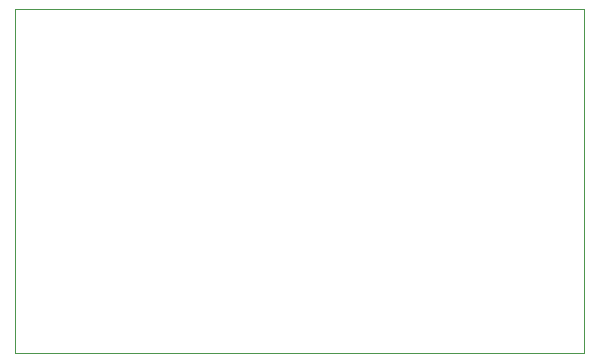
<source format=gbr>
G04 #@! TF.GenerationSoftware,KiCad,Pcbnew,(6.0.5)*
G04 #@! TF.CreationDate,2023-01-29T16:22:37-08:00*
G04 #@! TF.ProjectId,PCM1863,50434d31-3836-4332-9e6b-696361645f70,rev?*
G04 #@! TF.SameCoordinates,Original*
G04 #@! TF.FileFunction,Profile,NP*
%FSLAX46Y46*%
G04 Gerber Fmt 4.6, Leading zero omitted, Abs format (unit mm)*
G04 Created by KiCad (PCBNEW (6.0.5)) date 2023-01-29 16:22:37*
%MOMM*%
%LPD*%
G01*
G04 APERTURE LIST*
G04 #@! TA.AperFunction,Profile*
%ADD10C,0.100000*%
G04 #@! TD*
G04 APERTURE END LIST*
D10*
X117900000Y-122600000D02*
X69700000Y-122600000D01*
X69700000Y-122600000D02*
X69700000Y-93500000D01*
X69700000Y-93500000D02*
X117900000Y-93500000D01*
X117900000Y-93500000D02*
X117900000Y-122600000D01*
M02*

</source>
